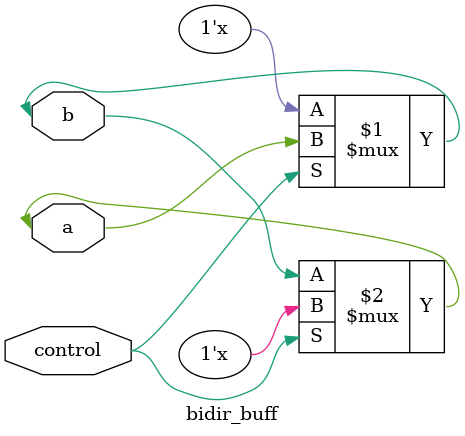
<source format=v>
module bidir_buff( control, a,b);

        input control;
	inout a,b;

	bufif1 b1(b, a, control);
	bufif0 b2(a, b, control);

endmodule

</source>
